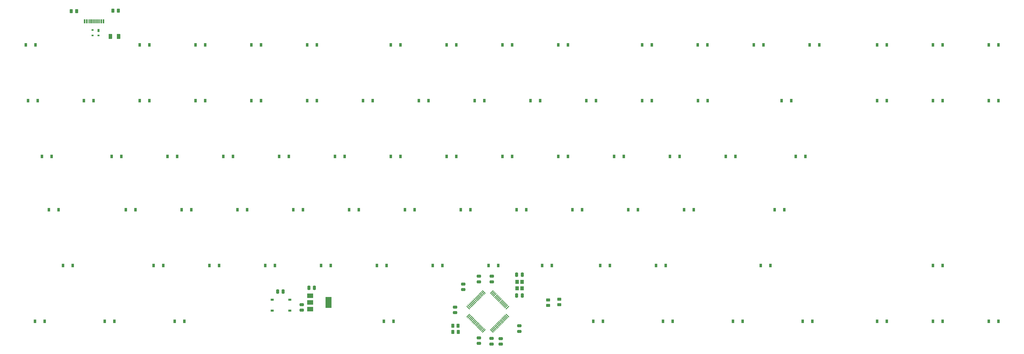
<source format=gbr>
%TF.GenerationSoftware,KiCad,Pcbnew,(6.0.7)*%
%TF.CreationDate,2022-09-01T16:07:51+12:00*%
%TF.ProjectId,custom_keyboard,63757374-6f6d-45f6-9b65-79626f617264,rev?*%
%TF.SameCoordinates,Original*%
%TF.FileFunction,Paste,Bot*%
%TF.FilePolarity,Positive*%
%FSLAX46Y46*%
G04 Gerber Fmt 4.6, Leading zero omitted, Abs format (unit mm)*
G04 Created by KiCad (PCBNEW (6.0.7)) date 2022-09-01 16:07:51*
%MOMM*%
%LPD*%
G01*
G04 APERTURE LIST*
G04 Aperture macros list*
%AMRoundRect*
0 Rectangle with rounded corners*
0 $1 Rounding radius*
0 $2 $3 $4 $5 $6 $7 $8 $9 X,Y pos of 4 corners*
0 Add a 4 corners polygon primitive as box body*
4,1,4,$2,$3,$4,$5,$6,$7,$8,$9,$2,$3,0*
0 Add four circle primitives for the rounded corners*
1,1,$1+$1,$2,$3*
1,1,$1+$1,$4,$5*
1,1,$1+$1,$6,$7*
1,1,$1+$1,$8,$9*
0 Add four rect primitives between the rounded corners*
20,1,$1+$1,$2,$3,$4,$5,0*
20,1,$1+$1,$4,$5,$6,$7,0*
20,1,$1+$1,$6,$7,$8,$9,0*
20,1,$1+$1,$8,$9,$2,$3,0*%
G04 Aperture macros list end*
%ADD10R,2.000000X1.500000*%
%ADD11R,2.000000X3.800000*%
%ADD12RoundRect,0.075000X0.441942X0.548008X-0.548008X-0.441942X-0.441942X-0.548008X0.548008X0.441942X0*%
%ADD13RoundRect,0.075000X-0.441942X0.548008X-0.548008X0.441942X0.441942X-0.548008X0.548008X-0.441942X0*%
%ADD14RoundRect,0.250000X-0.250000X-0.475000X0.250000X-0.475000X0.250000X0.475000X-0.250000X0.475000X0*%
%ADD15RoundRect,0.250000X-0.475000X0.250000X-0.475000X-0.250000X0.475000X-0.250000X0.475000X0.250000X0*%
%ADD16RoundRect,0.250000X0.250000X0.475000X-0.250000X0.475000X-0.250000X-0.475000X0.250000X-0.475000X0*%
%ADD17RoundRect,0.250000X0.475000X-0.250000X0.475000X0.250000X-0.475000X0.250000X-0.475000X-0.250000X0*%
%ADD18R,0.900000X1.200000*%
%ADD19RoundRect,0.250000X0.375000X0.625000X-0.375000X0.625000X-0.375000X-0.625000X0.375000X-0.625000X0*%
%ADD20RoundRect,0.250000X-0.262500X-0.450000X0.262500X-0.450000X0.262500X0.450000X-0.262500X0.450000X0*%
%ADD21RoundRect,0.250000X0.262500X0.450000X-0.262500X0.450000X-0.262500X-0.450000X0.262500X-0.450000X0*%
%ADD22RoundRect,0.250000X-0.450000X0.262500X-0.450000X-0.262500X0.450000X-0.262500X0.450000X0.262500X0*%
%ADD23R,1.000000X0.750000*%
%ADD24R,0.700000X1.000000*%
%ADD25R,0.700000X0.600000*%
%ADD26R,0.600000X1.450000*%
%ADD27R,0.300000X1.450000*%
%ADD28R,1.200000X1.400000*%
G04 APERTURE END LIST*
D10*
%TO.C,U1*%
X140652500Y-178597500D03*
D11*
X146952500Y-180897500D03*
D10*
X140652500Y-180897500D03*
X140652500Y-183197500D03*
%TD*%
D12*
%TO.C,U3*%
X202627342Y-177313859D03*
X202980895Y-177667412D03*
X203334448Y-178020965D03*
X203688002Y-178374519D03*
X204041555Y-178728072D03*
X204395109Y-179081626D03*
X204748662Y-179435179D03*
X205102215Y-179788732D03*
X205455769Y-180142286D03*
X205809322Y-180495839D03*
X206162875Y-180849392D03*
X206516429Y-181202946D03*
X206869982Y-181556499D03*
X207223536Y-181910053D03*
X207577089Y-182263606D03*
X207930642Y-182617159D03*
D13*
X207930642Y-185339521D03*
X207577089Y-185693074D03*
X207223536Y-186046627D03*
X206869982Y-186400181D03*
X206516429Y-186753734D03*
X206162875Y-187107288D03*
X205809322Y-187460841D03*
X205455769Y-187814394D03*
X205102215Y-188167948D03*
X204748662Y-188521501D03*
X204395109Y-188875054D03*
X204041555Y-189228608D03*
X203688002Y-189582161D03*
X203334448Y-189935715D03*
X202980895Y-190289268D03*
X202627342Y-190642821D03*
D12*
X199904980Y-190642821D03*
X199551427Y-190289268D03*
X199197874Y-189935715D03*
X198844320Y-189582161D03*
X198490767Y-189228608D03*
X198137213Y-188875054D03*
X197783660Y-188521501D03*
X197430107Y-188167948D03*
X197076553Y-187814394D03*
X196723000Y-187460841D03*
X196369447Y-187107288D03*
X196015893Y-186753734D03*
X195662340Y-186400181D03*
X195308786Y-186046627D03*
X194955233Y-185693074D03*
X194601680Y-185339521D03*
D13*
X194601680Y-182617159D03*
X194955233Y-182263606D03*
X195308786Y-181910053D03*
X195662340Y-181556499D03*
X196015893Y-181202946D03*
X196369447Y-180849392D03*
X196723000Y-180495839D03*
X197076553Y-180142286D03*
X197430107Y-179788732D03*
X197783660Y-179435179D03*
X198137213Y-179081626D03*
X198490767Y-178728072D03*
X198844320Y-178374519D03*
X199197874Y-178020965D03*
X199551427Y-177667412D03*
X199904980Y-177313859D03*
%TD*%
D14*
%TO.C,C1*%
X140213000Y-175895000D03*
X142113000Y-175895000D03*
%TD*%
D15*
%TO.C,C2*%
X137795000Y-181615000D03*
X137795000Y-183515000D03*
%TD*%
D14*
%TO.C,C3*%
X129545000Y-177165000D03*
X131445000Y-177165000D03*
%TD*%
D16*
%TO.C,C4*%
X213013000Y-178519000D03*
X211113000Y-178519000D03*
%TD*%
D14*
%TO.C,C5*%
X211113000Y-171407000D03*
X213013000Y-171407000D03*
%TD*%
D15*
%TO.C,C6*%
X198247000Y-192979000D03*
X198247000Y-194879000D03*
%TD*%
%TO.C,C7*%
X202565000Y-193167000D03*
X202565000Y-195067000D03*
%TD*%
%TO.C,C8*%
X205701900Y-193205100D03*
X205701900Y-195105100D03*
%TD*%
D17*
%TO.C,C9*%
X190090161Y-184359340D03*
X190090161Y-182459340D03*
%TD*%
D15*
%TO.C,C10*%
X212064600Y-188838800D03*
X212064600Y-190738800D03*
%TD*%
D17*
%TO.C,C11*%
X202603100Y-173824900D03*
X202603100Y-171924900D03*
%TD*%
%TO.C,C12*%
X198218161Y-173813340D03*
X198218161Y-171913340D03*
%TD*%
%TO.C,C13*%
X192884161Y-176485340D03*
X192884161Y-174585340D03*
%TD*%
D18*
%TO.C,D1*%
X59593750Y-168275000D03*
X56293750Y-168275000D03*
%TD*%
%TO.C,D3*%
X50068750Y-187325000D03*
X46768750Y-187325000D03*
%TD*%
%TO.C,D4*%
X52450000Y-130968750D03*
X49150000Y-130968750D03*
%TD*%
%TO.C,D5*%
X54831250Y-149225000D03*
X51531250Y-149225000D03*
%TD*%
%TO.C,D6*%
X47687500Y-111918750D03*
X44387500Y-111918750D03*
%TD*%
%TO.C,D7*%
X46893750Y-92868750D03*
X43593750Y-92868750D03*
%TD*%
%TO.C,D9*%
X73881250Y-187325000D03*
X70581250Y-187325000D03*
%TD*%
%TO.C,D10*%
X66737500Y-111918750D03*
X63437500Y-111918750D03*
%TD*%
%TO.C,D12*%
X76262500Y-130968750D03*
X72962500Y-130968750D03*
%TD*%
%TO.C,D14*%
X81025000Y-149225000D03*
X77725000Y-149225000D03*
%TD*%
%TO.C,D15*%
X85787500Y-92868750D03*
X82487500Y-92868750D03*
%TD*%
%TO.C,D17*%
X97693750Y-187325000D03*
X94393750Y-187325000D03*
%TD*%
%TO.C,D19*%
X90550000Y-168275000D03*
X87250000Y-168275000D03*
%TD*%
%TO.C,D20*%
X85787500Y-111918750D03*
X82487500Y-111918750D03*
%TD*%
%TO.C,D22*%
X95312500Y-130968750D03*
X92012500Y-130968750D03*
%TD*%
%TO.C,D24*%
X100075000Y-149225000D03*
X96775000Y-149225000D03*
%TD*%
%TO.C,D25*%
X104837500Y-92868750D03*
X101537500Y-92868750D03*
%TD*%
%TO.C,D27*%
X109600000Y-168275000D03*
X106300000Y-168275000D03*
%TD*%
%TO.C,D28*%
X104837500Y-111918750D03*
X101537500Y-111918750D03*
%TD*%
%TO.C,D30*%
X114362500Y-130968750D03*
X111062500Y-130968750D03*
%TD*%
%TO.C,D32*%
X119125000Y-149225000D03*
X115825000Y-149225000D03*
%TD*%
%TO.C,D33*%
X123887500Y-92868750D03*
X120587500Y-92868750D03*
%TD*%
%TO.C,D35*%
X128650000Y-168275000D03*
X125350000Y-168275000D03*
%TD*%
%TO.C,D36*%
X123887500Y-111918750D03*
X120587500Y-111918750D03*
%TD*%
%TO.C,D38*%
X133412500Y-130968750D03*
X130112500Y-130968750D03*
%TD*%
%TO.C,D40*%
X138175000Y-149225000D03*
X134875000Y-149225000D03*
%TD*%
%TO.C,D41*%
X142937500Y-92868750D03*
X139637500Y-92868750D03*
%TD*%
%TO.C,D43*%
X147700000Y-168275000D03*
X144400000Y-168275000D03*
%TD*%
%TO.C,D44*%
X142937500Y-111918750D03*
X139637500Y-111918750D03*
%TD*%
%TO.C,D46*%
X152462500Y-130968750D03*
X149162500Y-130968750D03*
%TD*%
%TO.C,D48*%
X157225000Y-149225000D03*
X153925000Y-149225000D03*
%TD*%
%TO.C,D50*%
X166750000Y-168275000D03*
X163450000Y-168275000D03*
%TD*%
%TO.C,D51*%
X161987500Y-111918750D03*
X158687500Y-111918750D03*
%TD*%
%TO.C,D52*%
X171512500Y-92868750D03*
X168212500Y-92868750D03*
%TD*%
%TO.C,D54*%
X171512500Y-130968750D03*
X168212500Y-130968750D03*
%TD*%
%TO.C,D56*%
X176275000Y-149225000D03*
X172975000Y-149225000D03*
%TD*%
%TO.C,D58*%
X169131250Y-187325000D03*
X165831250Y-187325000D03*
%TD*%
%TO.C,D60*%
X185800000Y-168275000D03*
X182500000Y-168275000D03*
%TD*%
%TO.C,D61*%
X181037500Y-111918750D03*
X177737500Y-111918750D03*
%TD*%
%TO.C,D62*%
X190562500Y-92868750D03*
X187262500Y-92868750D03*
%TD*%
%TO.C,D64*%
X190562500Y-130968750D03*
X187262500Y-130968750D03*
%TD*%
%TO.C,D66*%
X195325000Y-149225000D03*
X192025000Y-149225000D03*
%TD*%
%TO.C,D68*%
X204850000Y-168275000D03*
X201550000Y-168275000D03*
%TD*%
%TO.C,D69*%
X200087500Y-111918750D03*
X196787500Y-111918750D03*
%TD*%
%TO.C,D70*%
X209612500Y-92868750D03*
X206312500Y-92868750D03*
%TD*%
%TO.C,D72*%
X209612500Y-130968750D03*
X206312500Y-130968750D03*
%TD*%
%TO.C,D73*%
X214375000Y-149225000D03*
X211075000Y-149225000D03*
%TD*%
%TO.C,D76*%
X223106250Y-168275000D03*
X219806250Y-168275000D03*
%TD*%
%TO.C,D77*%
X219137500Y-111918750D03*
X215837500Y-111918750D03*
%TD*%
%TO.C,D78*%
X228662500Y-92868750D03*
X225362500Y-92868750D03*
%TD*%
%TO.C,D80*%
X228662500Y-130968750D03*
X225362500Y-130968750D03*
%TD*%
%TO.C,D82*%
X233425000Y-149225000D03*
X230125000Y-149225000D03*
%TD*%
%TO.C,D84*%
X242950000Y-168275000D03*
X239650000Y-168275000D03*
%TD*%
%TO.C,D85*%
X238187500Y-111918750D03*
X234887500Y-111918750D03*
%TD*%
%TO.C,D87*%
X247712500Y-130968750D03*
X244412500Y-130968750D03*
%TD*%
%TO.C,D89*%
X252475000Y-149225000D03*
X249175000Y-149225000D03*
%TD*%
%TO.C,D91*%
X240568750Y-187325000D03*
X237268750Y-187325000D03*
%TD*%
%TO.C,D92*%
X257237500Y-92868750D03*
X253937500Y-92868750D03*
%TD*%
%TO.C,D94*%
X262000000Y-168275000D03*
X258700000Y-168275000D03*
%TD*%
%TO.C,D95*%
X257237500Y-111918750D03*
X253937500Y-111918750D03*
%TD*%
%TO.C,D97*%
X266762500Y-130968750D03*
X263462500Y-130968750D03*
%TD*%
%TO.C,D99*%
X271525000Y-149225000D03*
X268225000Y-149225000D03*
%TD*%
%TO.C,D101*%
X264381250Y-187325000D03*
X261081250Y-187325000D03*
%TD*%
%TO.C,D102*%
X276225000Y-92868750D03*
X272925000Y-92868750D03*
%TD*%
%TO.C,D103*%
X276287500Y-111918750D03*
X272987500Y-111918750D03*
%TD*%
%TO.C,D105*%
X285812500Y-130968750D03*
X282512500Y-130968750D03*
%TD*%
%TO.C,D107*%
X288193750Y-187325000D03*
X284893750Y-187325000D03*
%TD*%
%TO.C,D108*%
X295337500Y-92868750D03*
X292037500Y-92868750D03*
%TD*%
%TO.C,D110*%
X312006250Y-187325000D03*
X308706250Y-187325000D03*
%TD*%
%TO.C,D111*%
X309625000Y-130968750D03*
X306325000Y-130968750D03*
%TD*%
%TO.C,D113*%
X302481250Y-149225000D03*
X299181250Y-149225000D03*
%TD*%
%TO.C,D115*%
X297718750Y-168275000D03*
X294418750Y-168275000D03*
%TD*%
%TO.C,D116*%
X314387500Y-92868750D03*
X311087500Y-92868750D03*
%TD*%
%TO.C,D117*%
X304862500Y-111918750D03*
X301562500Y-111918750D03*
%TD*%
%TO.C,D119*%
X337406250Y-187325000D03*
X334106250Y-187325000D03*
%TD*%
%TO.C,D120*%
X337406250Y-92868750D03*
X334106250Y-92868750D03*
%TD*%
%TO.C,D121*%
X337406250Y-111918750D03*
X334106250Y-111918750D03*
%TD*%
%TO.C,D123*%
X356456250Y-187325000D03*
X353156250Y-187325000D03*
%TD*%
%TO.C,D125*%
X356456250Y-168275000D03*
X353156250Y-168275000D03*
%TD*%
%TO.C,D126*%
X356456250Y-92868750D03*
X353156250Y-92868750D03*
%TD*%
%TO.C,D127*%
X356456250Y-111918750D03*
X353156250Y-111918750D03*
%TD*%
%TO.C,D129*%
X375506250Y-187325000D03*
X372206250Y-187325000D03*
%TD*%
%TO.C,D130*%
X375506250Y-92868750D03*
X372206250Y-92868750D03*
%TD*%
%TO.C,D131*%
X375506250Y-111918750D03*
X372206250Y-111918750D03*
%TD*%
D19*
%TO.C,F1*%
X75317000Y-90043000D03*
X72517000Y-90043000D03*
%TD*%
D20*
%TO.C,R1*%
X73344400Y-81178400D03*
X75169400Y-81178400D03*
%TD*%
D21*
%TO.C,R2*%
X60983500Y-81407000D03*
X59158500Y-81407000D03*
%TD*%
D22*
%TO.C,R5*%
X225679000Y-179808500D03*
X225679000Y-181633500D03*
%TD*%
%TO.C,R6*%
X221869000Y-180062500D03*
X221869000Y-181887500D03*
%TD*%
D21*
%TO.C,R7*%
X191183900Y-190906400D03*
X189358900Y-190906400D03*
%TD*%
%TO.C,R8*%
X191135000Y-188849000D03*
X189310000Y-188849000D03*
%TD*%
D23*
%TO.C,S1*%
X133677600Y-179900100D03*
X127677600Y-179900100D03*
X133677600Y-183650100D03*
X127677600Y-183650100D03*
%TD*%
D24*
%TO.C,U2*%
X68437000Y-88023000D03*
D25*
X68437000Y-89723000D03*
X66437000Y-89723000D03*
X66437000Y-87823000D03*
%TD*%
D26*
%TO.C,USB1*%
X63716700Y-84890000D03*
X64491700Y-84890000D03*
D27*
X65191700Y-84890000D03*
X65691700Y-84890000D03*
X66191700Y-84890000D03*
X66691700Y-84890000D03*
X67191700Y-84890000D03*
X67691700Y-84890000D03*
X68191700Y-84890000D03*
X68691700Y-84890000D03*
D26*
X69391700Y-84890000D03*
X70166700Y-84890000D03*
%TD*%
D28*
%TO.C,Y1*%
X211279000Y-176063000D03*
X211279000Y-173863000D03*
X212979000Y-173863000D03*
X212979000Y-176063000D03*
%TD*%
M02*

</source>
